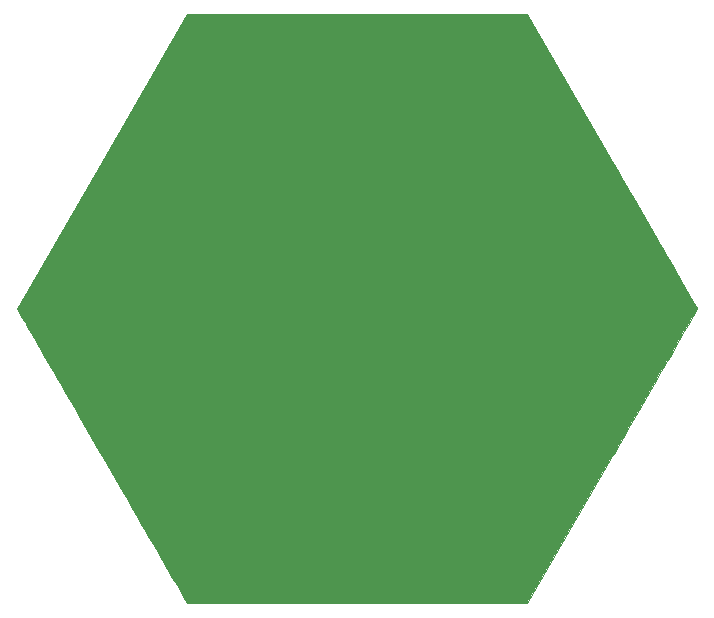
<source format=gbr>
G04 #@! TF.GenerationSoftware,KiCad,Pcbnew,5.1.5+dfsg1-2build2*
G04 #@! TF.CreationDate,2021-06-03T20:46:49-04:00*
G04 #@! TF.ProjectId,case_emblem,63617365-5f65-46d6-926c-656d2e6b6963,rev?*
G04 #@! TF.SameCoordinates,Original*
G04 #@! TF.FileFunction,Copper,L2,Bot*
G04 #@! TF.FilePolarity,Positive*
%FSLAX46Y46*%
G04 Gerber Fmt 4.6, Leading zero omitted, Abs format (unit mm)*
G04 Created by KiCad (PCBNEW 5.1.5+dfsg1-2build2) date 2021-06-03 20:46:49*
%MOMM*%
%LPD*%
G04 APERTURE LIST*
%ADD10C,0.010000*%
G04 APERTURE END LIST*
D10*
G36*
X14399910Y24923750D02*
G01*
X21593190Y12477750D01*
X21982771Y11803661D01*
X22367100Y11138610D01*
X22745631Y10483541D01*
X23117822Y9839396D01*
X23483127Y9207118D01*
X23841001Y8587651D01*
X24190902Y7981938D01*
X24532284Y7390922D01*
X24864603Y6815545D01*
X25187315Y6256752D01*
X25499876Y5715485D01*
X25801740Y5192688D01*
X26092364Y4689303D01*
X26371204Y4206274D01*
X26637715Y3744544D01*
X26891352Y3305056D01*
X27131572Y2888753D01*
X27357830Y2496578D01*
X27569582Y2129474D01*
X27766284Y1788386D01*
X27947390Y1474255D01*
X28112357Y1188024D01*
X28260641Y930638D01*
X28391697Y703039D01*
X28504980Y506170D01*
X28599947Y340974D01*
X28676053Y208395D01*
X28732754Y109375D01*
X28769506Y44859D01*
X28785763Y15788D01*
X28786569Y14132D01*
X28776086Y-5004D01*
X28744990Y-59865D01*
X28693824Y-149506D01*
X28623131Y-272987D01*
X28533454Y-429362D01*
X28425337Y-617689D01*
X28299322Y-837025D01*
X28155953Y-1086427D01*
X27995773Y-1364952D01*
X27819326Y-1671656D01*
X27627153Y-2005597D01*
X27419800Y-2365831D01*
X27197808Y-2751415D01*
X26961722Y-3161407D01*
X26712084Y-3594862D01*
X26449437Y-4050839D01*
X26174325Y-4528393D01*
X25887291Y-5026582D01*
X25588878Y-5544463D01*
X25279630Y-6081092D01*
X24960089Y-6635526D01*
X24630799Y-7206823D01*
X24292303Y-7794039D01*
X23945144Y-8396231D01*
X23589866Y-9012456D01*
X23227011Y-9641771D01*
X22857123Y-10283233D01*
X22480745Y-10935898D01*
X22098421Y-11598824D01*
X21710693Y-12271068D01*
X21596579Y-12468909D01*
X14406490Y-24934334D01*
X-14390268Y-24934334D01*
X-14463431Y-24812625D01*
X-14477978Y-24787719D01*
X-14513030Y-24727321D01*
X-14567914Y-24632592D01*
X-14641958Y-24504697D01*
X-14734491Y-24344799D01*
X-14844839Y-24154061D01*
X-14972332Y-23933645D01*
X-15116296Y-23684716D01*
X-15276060Y-23408436D01*
X-15450951Y-23105968D01*
X-15640298Y-22778476D01*
X-15843429Y-22427122D01*
X-16059670Y-22053071D01*
X-16288350Y-21657484D01*
X-16528798Y-21241525D01*
X-16780340Y-20806358D01*
X-17042305Y-20353145D01*
X-17314020Y-19883050D01*
X-17594814Y-19397235D01*
X-17884013Y-18896865D01*
X-18180948Y-18383101D01*
X-18484944Y-17857108D01*
X-18795330Y-17320048D01*
X-19111433Y-16773084D01*
X-19432583Y-16217380D01*
X-19758106Y-15654099D01*
X-20087330Y-15084404D01*
X-20419583Y-14509457D01*
X-20754194Y-13930423D01*
X-21090490Y-13348465D01*
X-21427798Y-12764745D01*
X-21765447Y-12180426D01*
X-22102765Y-11596673D01*
X-22439079Y-11014647D01*
X-22773718Y-10435513D01*
X-23106009Y-9860432D01*
X-23435280Y-9290570D01*
X-23760859Y-8727087D01*
X-24082074Y-8171149D01*
X-24398252Y-7623917D01*
X-24708722Y-7086556D01*
X-25012812Y-6560227D01*
X-25309849Y-6046095D01*
X-25599161Y-5545322D01*
X-25880076Y-5059072D01*
X-26151922Y-4588508D01*
X-26414027Y-4134793D01*
X-26665719Y-3699089D01*
X-26906325Y-3282561D01*
X-27135174Y-2886372D01*
X-27351593Y-2511683D01*
X-27554910Y-2159660D01*
X-27744454Y-1831464D01*
X-27919551Y-1528259D01*
X-28079530Y-1251209D01*
X-28223719Y-1001475D01*
X-28351445Y-780222D01*
X-28462037Y-588613D01*
X-28554822Y-427810D01*
X-28629128Y-298977D01*
X-28684283Y-203277D01*
X-28719615Y-141873D01*
X-28734452Y-115929D01*
X-28734489Y-115863D01*
X-28793732Y-9477D01*
X-21599948Y12462444D01*
X-14406164Y24934364D01*
X14399910Y24923750D01*
G37*
X14399910Y24923750D02*
X21593190Y12477750D01*
X21982771Y11803661D01*
X22367100Y11138610D01*
X22745631Y10483541D01*
X23117822Y9839396D01*
X23483127Y9207118D01*
X23841001Y8587651D01*
X24190902Y7981938D01*
X24532284Y7390922D01*
X24864603Y6815545D01*
X25187315Y6256752D01*
X25499876Y5715485D01*
X25801740Y5192688D01*
X26092364Y4689303D01*
X26371204Y4206274D01*
X26637715Y3744544D01*
X26891352Y3305056D01*
X27131572Y2888753D01*
X27357830Y2496578D01*
X27569582Y2129474D01*
X27766284Y1788386D01*
X27947390Y1474255D01*
X28112357Y1188024D01*
X28260641Y930638D01*
X28391697Y703039D01*
X28504980Y506170D01*
X28599947Y340974D01*
X28676053Y208395D01*
X28732754Y109375D01*
X28769506Y44859D01*
X28785763Y15788D01*
X28786569Y14132D01*
X28776086Y-5004D01*
X28744990Y-59865D01*
X28693824Y-149506D01*
X28623131Y-272987D01*
X28533454Y-429362D01*
X28425337Y-617689D01*
X28299322Y-837025D01*
X28155953Y-1086427D01*
X27995773Y-1364952D01*
X27819326Y-1671656D01*
X27627153Y-2005597D01*
X27419800Y-2365831D01*
X27197808Y-2751415D01*
X26961722Y-3161407D01*
X26712084Y-3594862D01*
X26449437Y-4050839D01*
X26174325Y-4528393D01*
X25887291Y-5026582D01*
X25588878Y-5544463D01*
X25279630Y-6081092D01*
X24960089Y-6635526D01*
X24630799Y-7206823D01*
X24292303Y-7794039D01*
X23945144Y-8396231D01*
X23589866Y-9012456D01*
X23227011Y-9641771D01*
X22857123Y-10283233D01*
X22480745Y-10935898D01*
X22098421Y-11598824D01*
X21710693Y-12271068D01*
X21596579Y-12468909D01*
X14406490Y-24934334D01*
X-14390268Y-24934334D01*
X-14463431Y-24812625D01*
X-14477978Y-24787719D01*
X-14513030Y-24727321D01*
X-14567914Y-24632592D01*
X-14641958Y-24504697D01*
X-14734491Y-24344799D01*
X-14844839Y-24154061D01*
X-14972332Y-23933645D01*
X-15116296Y-23684716D01*
X-15276060Y-23408436D01*
X-15450951Y-23105968D01*
X-15640298Y-22778476D01*
X-15843429Y-22427122D01*
X-16059670Y-22053071D01*
X-16288350Y-21657484D01*
X-16528798Y-21241525D01*
X-16780340Y-20806358D01*
X-17042305Y-20353145D01*
X-17314020Y-19883050D01*
X-17594814Y-19397235D01*
X-17884013Y-18896865D01*
X-18180948Y-18383101D01*
X-18484944Y-17857108D01*
X-18795330Y-17320048D01*
X-19111433Y-16773084D01*
X-19432583Y-16217380D01*
X-19758106Y-15654099D01*
X-20087330Y-15084404D01*
X-20419583Y-14509457D01*
X-20754194Y-13930423D01*
X-21090490Y-13348465D01*
X-21427798Y-12764745D01*
X-21765447Y-12180426D01*
X-22102765Y-11596673D01*
X-22439079Y-11014647D01*
X-22773718Y-10435513D01*
X-23106009Y-9860432D01*
X-23435280Y-9290570D01*
X-23760859Y-8727087D01*
X-24082074Y-8171149D01*
X-24398252Y-7623917D01*
X-24708722Y-7086556D01*
X-25012812Y-6560227D01*
X-25309849Y-6046095D01*
X-25599161Y-5545322D01*
X-25880076Y-5059072D01*
X-26151922Y-4588508D01*
X-26414027Y-4134793D01*
X-26665719Y-3699089D01*
X-26906325Y-3282561D01*
X-27135174Y-2886372D01*
X-27351593Y-2511683D01*
X-27554910Y-2159660D01*
X-27744454Y-1831464D01*
X-27919551Y-1528259D01*
X-28079530Y-1251209D01*
X-28223719Y-1001475D01*
X-28351445Y-780222D01*
X-28462037Y-588613D01*
X-28554822Y-427810D01*
X-28629128Y-298977D01*
X-28684283Y-203277D01*
X-28719615Y-141873D01*
X-28734452Y-115929D01*
X-28734489Y-115863D01*
X-28793732Y-9477D01*
X-21599948Y12462444D01*
X-14406164Y24934364D01*
X14399910Y24923750D01*
M02*

</source>
